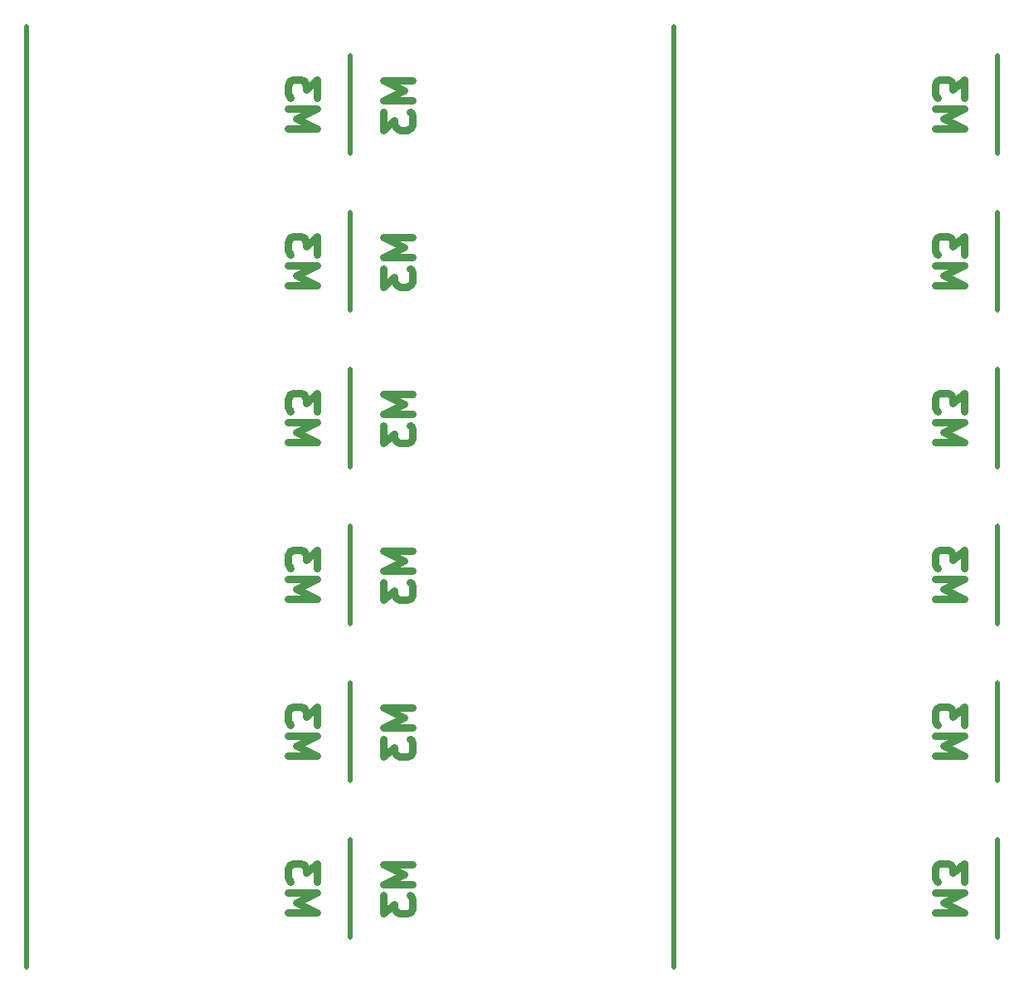
<source format=gbo>
G04 #@! TF.GenerationSoftware,KiCad,Pcbnew,(5.1.10)-1*
G04 #@! TF.CreationDate,2021-12-18T23:32:26-05:00*
G04 #@! TF.ProjectId,PCBWrench_panelized,50434257-7265-46e6-9368-5f70616e656c,rev?*
G04 #@! TF.SameCoordinates,Original*
G04 #@! TF.FileFunction,Legend,Bot*
G04 #@! TF.FilePolarity,Positive*
%FSLAX46Y46*%
G04 Gerber Fmt 4.6, Leading zero omitted, Abs format (unit mm)*
G04 Created by KiCad (PCBNEW (5.1.10)-1) date 2021-12-18 23:32:26*
%MOMM*%
%LPD*%
G01*
G04 APERTURE LIST*
%ADD10C,0.500000*%
%ADD11C,0.750000*%
%ADD12C,0.602000*%
G04 APERTURE END LIST*
D10*
X66000000Y-190000000D02*
X66000000Y-174000000D01*
X66000000Y-174000000D02*
X66000000Y-158000000D01*
X66000000Y-158000000D02*
X66000000Y-142000000D01*
X66000000Y-142000000D02*
X66000000Y-126000000D01*
X66000000Y-126000000D02*
X66000000Y-110000000D01*
X33000000Y-187000000D02*
X33000000Y-177000000D01*
X33000000Y-171000000D02*
X33000000Y-161000000D01*
X33000000Y-155000000D02*
X33000000Y-145000000D01*
X33000000Y-139000000D02*
X33000000Y-129000000D01*
X33000000Y-123000000D02*
X33000000Y-113000000D01*
D11*
X92642857Y-184428571D02*
X95642857Y-184428571D01*
X93500000Y-183428571D01*
X95642857Y-182428571D01*
X92642857Y-182428571D01*
X95642857Y-181285714D02*
X95642857Y-179428571D01*
X94500000Y-180428571D01*
X94500000Y-180000000D01*
X94357142Y-179714285D01*
X94214285Y-179571428D01*
X93928571Y-179428571D01*
X93214285Y-179428571D01*
X92928571Y-179571428D01*
X92785714Y-179714285D01*
X92642857Y-180000000D01*
X92642857Y-180857142D01*
X92785714Y-181142857D01*
X92928571Y-181285714D01*
X92642857Y-168428571D02*
X95642857Y-168428571D01*
X93500000Y-167428571D01*
X95642857Y-166428571D01*
X92642857Y-166428571D01*
X95642857Y-165285714D02*
X95642857Y-163428571D01*
X94500000Y-164428571D01*
X94500000Y-164000000D01*
X94357142Y-163714285D01*
X94214285Y-163571428D01*
X93928571Y-163428571D01*
X93214285Y-163428571D01*
X92928571Y-163571428D01*
X92785714Y-163714285D01*
X92642857Y-164000000D01*
X92642857Y-164857142D01*
X92785714Y-165142857D01*
X92928571Y-165285714D01*
X92642857Y-152428571D02*
X95642857Y-152428571D01*
X93500000Y-151428571D01*
X95642857Y-150428571D01*
X92642857Y-150428571D01*
X95642857Y-149285714D02*
X95642857Y-147428571D01*
X94500000Y-148428571D01*
X94500000Y-148000000D01*
X94357142Y-147714285D01*
X94214285Y-147571428D01*
X93928571Y-147428571D01*
X93214285Y-147428571D01*
X92928571Y-147571428D01*
X92785714Y-147714285D01*
X92642857Y-148000000D01*
X92642857Y-148857142D01*
X92785714Y-149142857D01*
X92928571Y-149285714D01*
X92642857Y-136428571D02*
X95642857Y-136428571D01*
X93500000Y-135428571D01*
X95642857Y-134428571D01*
X92642857Y-134428571D01*
X95642857Y-133285714D02*
X95642857Y-131428571D01*
X94500000Y-132428571D01*
X94500000Y-132000000D01*
X94357142Y-131714285D01*
X94214285Y-131571428D01*
X93928571Y-131428571D01*
X93214285Y-131428571D01*
X92928571Y-131571428D01*
X92785714Y-131714285D01*
X92642857Y-132000000D01*
X92642857Y-132857142D01*
X92785714Y-133142857D01*
X92928571Y-133285714D01*
X92642857Y-120428571D02*
X95642857Y-120428571D01*
X93500000Y-119428571D01*
X95642857Y-118428571D01*
X92642857Y-118428571D01*
X95642857Y-117285714D02*
X95642857Y-115428571D01*
X94500000Y-116428571D01*
X94500000Y-116000000D01*
X94357142Y-115714285D01*
X94214285Y-115571428D01*
X93928571Y-115428571D01*
X93214285Y-115428571D01*
X92928571Y-115571428D01*
X92785714Y-115714285D01*
X92642857Y-116000000D01*
X92642857Y-116857142D01*
X92785714Y-117142857D01*
X92928571Y-117285714D01*
X39357142Y-179571428D02*
X36357142Y-179571428D01*
X38500000Y-180571428D01*
X36357142Y-181571428D01*
X39357142Y-181571428D01*
X36357142Y-182714285D02*
X36357142Y-184571428D01*
X37500000Y-183571428D01*
X37500000Y-184000000D01*
X37642857Y-184285714D01*
X37785714Y-184428571D01*
X38071428Y-184571428D01*
X38785714Y-184571428D01*
X39071428Y-184428571D01*
X39214285Y-184285714D01*
X39357142Y-184000000D01*
X39357142Y-183142857D01*
X39214285Y-182857142D01*
X39071428Y-182714285D01*
X39357142Y-163571428D02*
X36357142Y-163571428D01*
X38500000Y-164571428D01*
X36357142Y-165571428D01*
X39357142Y-165571428D01*
X36357142Y-166714285D02*
X36357142Y-168571428D01*
X37500000Y-167571428D01*
X37500000Y-168000000D01*
X37642857Y-168285714D01*
X37785714Y-168428571D01*
X38071428Y-168571428D01*
X38785714Y-168571428D01*
X39071428Y-168428571D01*
X39214285Y-168285714D01*
X39357142Y-168000000D01*
X39357142Y-167142857D01*
X39214285Y-166857142D01*
X39071428Y-166714285D01*
X39357142Y-147571428D02*
X36357142Y-147571428D01*
X38500000Y-148571428D01*
X36357142Y-149571428D01*
X39357142Y-149571428D01*
X36357142Y-150714285D02*
X36357142Y-152571428D01*
X37500000Y-151571428D01*
X37500000Y-152000000D01*
X37642857Y-152285714D01*
X37785714Y-152428571D01*
X38071428Y-152571428D01*
X38785714Y-152571428D01*
X39071428Y-152428571D01*
X39214285Y-152285714D01*
X39357142Y-152000000D01*
X39357142Y-151142857D01*
X39214285Y-150857142D01*
X39071428Y-150714285D01*
X39357142Y-131571428D02*
X36357142Y-131571428D01*
X38500000Y-132571428D01*
X36357142Y-133571428D01*
X39357142Y-133571428D01*
X36357142Y-134714285D02*
X36357142Y-136571428D01*
X37500000Y-135571428D01*
X37500000Y-136000000D01*
X37642857Y-136285714D01*
X37785714Y-136428571D01*
X38071428Y-136571428D01*
X38785714Y-136571428D01*
X39071428Y-136428571D01*
X39214285Y-136285714D01*
X39357142Y-136000000D01*
X39357142Y-135142857D01*
X39214285Y-134857142D01*
X39071428Y-134714285D01*
X39357142Y-115571428D02*
X36357142Y-115571428D01*
X38500000Y-116571428D01*
X36357142Y-117571428D01*
X39357142Y-117571428D01*
X36357142Y-118714285D02*
X36357142Y-120571428D01*
X37500000Y-119571428D01*
X37500000Y-120000000D01*
X37642857Y-120285714D01*
X37785714Y-120428571D01*
X38071428Y-120571428D01*
X38785714Y-120571428D01*
X39071428Y-120428571D01*
X39214285Y-120285714D01*
X39357142Y-120000000D01*
X39357142Y-119142857D01*
X39214285Y-118857142D01*
X39071428Y-118714285D01*
X26642857Y-184428571D02*
X29642857Y-184428571D01*
X27500000Y-183428571D01*
X29642857Y-182428571D01*
X26642857Y-182428571D01*
X29642857Y-181285714D02*
X29642857Y-179428571D01*
X28500000Y-180428571D01*
X28500000Y-180000000D01*
X28357142Y-179714285D01*
X28214285Y-179571428D01*
X27928571Y-179428571D01*
X27214285Y-179428571D01*
X26928571Y-179571428D01*
X26785714Y-179714285D01*
X26642857Y-180000000D01*
X26642857Y-180857142D01*
X26785714Y-181142857D01*
X26928571Y-181285714D01*
X26642857Y-168428571D02*
X29642857Y-168428571D01*
X27500000Y-167428571D01*
X29642857Y-166428571D01*
X26642857Y-166428571D01*
X29642857Y-165285714D02*
X29642857Y-163428571D01*
X28500000Y-164428571D01*
X28500000Y-164000000D01*
X28357142Y-163714285D01*
X28214285Y-163571428D01*
X27928571Y-163428571D01*
X27214285Y-163428571D01*
X26928571Y-163571428D01*
X26785714Y-163714285D01*
X26642857Y-164000000D01*
X26642857Y-164857142D01*
X26785714Y-165142857D01*
X26928571Y-165285714D01*
X26642857Y-152428571D02*
X29642857Y-152428571D01*
X27500000Y-151428571D01*
X29642857Y-150428571D01*
X26642857Y-150428571D01*
X29642857Y-149285714D02*
X29642857Y-147428571D01*
X28500000Y-148428571D01*
X28500000Y-148000000D01*
X28357142Y-147714285D01*
X28214285Y-147571428D01*
X27928571Y-147428571D01*
X27214285Y-147428571D01*
X26928571Y-147571428D01*
X26785714Y-147714285D01*
X26642857Y-148000000D01*
X26642857Y-148857142D01*
X26785714Y-149142857D01*
X26928571Y-149285714D01*
X26642857Y-136428571D02*
X29642857Y-136428571D01*
X27500000Y-135428571D01*
X29642857Y-134428571D01*
X26642857Y-134428571D01*
X29642857Y-133285714D02*
X29642857Y-131428571D01*
X28500000Y-132428571D01*
X28500000Y-132000000D01*
X28357142Y-131714285D01*
X28214285Y-131571428D01*
X27928571Y-131428571D01*
X27214285Y-131428571D01*
X26928571Y-131571428D01*
X26785714Y-131714285D01*
X26642857Y-132000000D01*
X26642857Y-132857142D01*
X26785714Y-133142857D01*
X26928571Y-133285714D01*
X26642857Y-120428571D02*
X29642857Y-120428571D01*
X27500000Y-119428571D01*
X29642857Y-118428571D01*
X26642857Y-118428571D01*
X29642857Y-117285714D02*
X29642857Y-115428571D01*
X28500000Y-116428571D01*
X28500000Y-116000000D01*
X28357142Y-115714285D01*
X28214285Y-115571428D01*
X27928571Y-115428571D01*
X27214285Y-115428571D01*
X26928571Y-115571428D01*
X26785714Y-115714285D01*
X26642857Y-116000000D01*
X26642857Y-116857142D01*
X26785714Y-117142857D01*
X26928571Y-117285714D01*
D10*
X99000000Y-177000000D02*
X99000000Y-187000000D01*
X99000000Y-161000000D02*
X99000000Y-171000000D01*
X99000000Y-145000000D02*
X99000000Y-155000000D01*
X99000000Y-129000000D02*
X99000000Y-139000000D01*
X99000000Y-113000000D02*
X99000000Y-123000000D01*
X0Y-174000000D02*
X0Y-190000000D01*
X0Y-158000000D02*
X0Y-174000000D01*
X0Y-142000000D02*
X0Y-158000000D01*
X0Y-126000000D02*
X0Y-142000000D01*
X0Y-110000000D02*
X0Y-126000000D01*
X33000000Y-177000000D02*
X33000000Y-187000000D01*
X33000000Y-161000000D02*
X33000000Y-171000000D01*
X33000000Y-145000000D02*
X33000000Y-155000000D01*
X33000000Y-129000000D02*
X33000000Y-139000000D01*
X33000000Y-113000000D02*
X33000000Y-123000000D01*
D11*
X92642857Y-104428571D02*
X95642857Y-104428571D01*
X93500000Y-103428571D01*
X95642857Y-102428571D01*
X92642857Y-102428571D01*
X95642857Y-101285714D02*
X95642857Y-99428571D01*
X94500000Y-100428571D01*
X94500000Y-100000000D01*
X94357142Y-99714285D01*
X94214285Y-99571428D01*
X93928571Y-99428571D01*
X93214285Y-99428571D01*
X92928571Y-99571428D01*
X92785714Y-99714285D01*
X92642857Y-100000000D01*
X92642857Y-100857142D01*
X92785714Y-101142857D01*
X92928571Y-101285714D01*
D10*
X99000000Y-97000000D02*
X99000000Y-107000000D01*
D11*
X39357142Y-99571428D02*
X36357142Y-99571428D01*
X38500000Y-100571428D01*
X36357142Y-101571428D01*
X39357142Y-101571428D01*
X36357142Y-102714285D02*
X36357142Y-104571428D01*
X37500000Y-103571428D01*
X37500000Y-104000000D01*
X37642857Y-104285714D01*
X37785714Y-104428571D01*
X38071428Y-104571428D01*
X38785714Y-104571428D01*
X39071428Y-104428571D01*
X39214285Y-104285714D01*
X39357142Y-104000000D01*
X39357142Y-103142857D01*
X39214285Y-102857142D01*
X39071428Y-102714285D01*
D10*
X66000000Y-110000000D02*
X66000000Y-94000000D01*
X33000000Y-107000000D02*
X33000000Y-97000000D01*
X33000000Y-97000000D02*
X33000000Y-107000000D01*
X0Y-94000000D02*
X0Y-110000000D01*
D11*
X26642857Y-104428571D02*
X29642857Y-104428571D01*
X27500000Y-103428571D01*
X29642857Y-102428571D01*
X26642857Y-102428571D01*
X29642857Y-101285714D02*
X29642857Y-99428571D01*
X28500000Y-100428571D01*
X28500000Y-100000000D01*
X28357142Y-99714285D01*
X28214285Y-99571428D01*
X27928571Y-99428571D01*
X27214285Y-99428571D01*
X26928571Y-99571428D01*
X26785714Y-99714285D01*
X26642857Y-100000000D01*
X26642857Y-100857142D01*
X26785714Y-101142857D01*
X26928571Y-101285714D01*
%LPC*%
D12*
X16750000Y-175250000D03*
X17500000Y-175250000D03*
X21250000Y-175250000D03*
X20500000Y-175250000D03*
X16750000Y-176750000D03*
X17500000Y-176750000D03*
X21250000Y-176750000D03*
X20500000Y-176750000D03*
X18250000Y-175250000D03*
X19750000Y-175250000D03*
X19750000Y-176750000D03*
X18250000Y-176750000D03*
X19000000Y-175250000D03*
X19000000Y-176750000D03*
X16750000Y-159250000D03*
X17500000Y-159250000D03*
X21250000Y-159250000D03*
X20500000Y-159250000D03*
X16750000Y-160750000D03*
X17500000Y-160750000D03*
X21250000Y-160750000D03*
X20500000Y-160750000D03*
X18250000Y-159250000D03*
X19750000Y-159250000D03*
X19750000Y-160750000D03*
X18250000Y-160750000D03*
X19000000Y-159250000D03*
X19000000Y-160750000D03*
X16750000Y-143250000D03*
X17500000Y-143250000D03*
X21250000Y-143250000D03*
X20500000Y-143250000D03*
X16750000Y-144750000D03*
X17500000Y-144750000D03*
X21250000Y-144750000D03*
X20500000Y-144750000D03*
X18250000Y-143250000D03*
X19750000Y-143250000D03*
X19750000Y-144750000D03*
X18250000Y-144750000D03*
X19000000Y-143250000D03*
X19000000Y-144750000D03*
X16750000Y-127250000D03*
X17500000Y-127250000D03*
X21250000Y-127250000D03*
X20500000Y-127250000D03*
X16750000Y-128750000D03*
X17500000Y-128750000D03*
X21250000Y-128750000D03*
X20500000Y-128750000D03*
X18250000Y-127250000D03*
X19750000Y-127250000D03*
X19750000Y-128750000D03*
X18250000Y-128750000D03*
X19000000Y-127250000D03*
X19000000Y-128750000D03*
X16750000Y-111250000D03*
X17500000Y-111250000D03*
X21250000Y-111250000D03*
X20500000Y-111250000D03*
X16750000Y-112750000D03*
X17500000Y-112750000D03*
X21250000Y-112750000D03*
X20500000Y-112750000D03*
X18250000Y-111250000D03*
X19750000Y-111250000D03*
X19750000Y-112750000D03*
X18250000Y-112750000D03*
X19000000Y-111250000D03*
X19000000Y-112750000D03*
X19000000Y-171250000D03*
X19000000Y-172750000D03*
X19750000Y-171250000D03*
X18250000Y-171250000D03*
X18250000Y-172750000D03*
X19750000Y-172750000D03*
X17500000Y-171250000D03*
X16750000Y-171250000D03*
X20500000Y-171250000D03*
X21250000Y-171250000D03*
X17500000Y-172750000D03*
X16750000Y-172750000D03*
X20500000Y-172750000D03*
X21250000Y-172750000D03*
X19000000Y-155250000D03*
X19000000Y-156750000D03*
X19750000Y-155250000D03*
X18250000Y-155250000D03*
X18250000Y-156750000D03*
X19750000Y-156750000D03*
X17500000Y-155250000D03*
X16750000Y-155250000D03*
X20500000Y-155250000D03*
X21250000Y-155250000D03*
X17500000Y-156750000D03*
X16750000Y-156750000D03*
X20500000Y-156750000D03*
X21250000Y-156750000D03*
X19000000Y-139250000D03*
X19000000Y-140750000D03*
X19750000Y-139250000D03*
X18250000Y-139250000D03*
X18250000Y-140750000D03*
X19750000Y-140750000D03*
X17500000Y-139250000D03*
X16750000Y-139250000D03*
X20500000Y-139250000D03*
X21250000Y-139250000D03*
X17500000Y-140750000D03*
X16750000Y-140750000D03*
X20500000Y-140750000D03*
X21250000Y-140750000D03*
X19000000Y-123250000D03*
X19000000Y-124750000D03*
X19750000Y-123250000D03*
X18250000Y-123250000D03*
X18250000Y-124750000D03*
X19750000Y-124750000D03*
X17500000Y-123250000D03*
X16750000Y-123250000D03*
X20500000Y-123250000D03*
X21250000Y-123250000D03*
X17500000Y-124750000D03*
X16750000Y-124750000D03*
X20500000Y-124750000D03*
X21250000Y-124750000D03*
X85000000Y-176750000D03*
X85000000Y-175250000D03*
X84250000Y-176750000D03*
X85750000Y-176750000D03*
X85750000Y-175250000D03*
X84250000Y-175250000D03*
X86500000Y-176750000D03*
X87250000Y-176750000D03*
X83500000Y-176750000D03*
X82750000Y-176750000D03*
X86500000Y-175250000D03*
X87250000Y-175250000D03*
X83500000Y-175250000D03*
X82750000Y-175250000D03*
X85000000Y-160750000D03*
X85000000Y-159250000D03*
X84250000Y-160750000D03*
X85750000Y-160750000D03*
X85750000Y-159250000D03*
X84250000Y-159250000D03*
X86500000Y-160750000D03*
X87250000Y-160750000D03*
X83500000Y-160750000D03*
X82750000Y-160750000D03*
X86500000Y-159250000D03*
X87250000Y-159250000D03*
X83500000Y-159250000D03*
X82750000Y-159250000D03*
X85000000Y-144750000D03*
X85000000Y-143250000D03*
X84250000Y-144750000D03*
X85750000Y-144750000D03*
X85750000Y-143250000D03*
X84250000Y-143250000D03*
X86500000Y-144750000D03*
X87250000Y-144750000D03*
X83500000Y-144750000D03*
X82750000Y-144750000D03*
X86500000Y-143250000D03*
X87250000Y-143250000D03*
X83500000Y-143250000D03*
X82750000Y-143250000D03*
X85000000Y-128750000D03*
X85000000Y-127250000D03*
X84250000Y-128750000D03*
X85750000Y-128750000D03*
X85750000Y-127250000D03*
X84250000Y-127250000D03*
X86500000Y-128750000D03*
X87250000Y-128750000D03*
X83500000Y-128750000D03*
X82750000Y-128750000D03*
X86500000Y-127250000D03*
X87250000Y-127250000D03*
X83500000Y-127250000D03*
X82750000Y-127250000D03*
X85000000Y-112750000D03*
X85000000Y-111250000D03*
X84250000Y-112750000D03*
X85750000Y-112750000D03*
X85750000Y-111250000D03*
X84250000Y-111250000D03*
X86500000Y-112750000D03*
X87250000Y-112750000D03*
X83500000Y-112750000D03*
X82750000Y-112750000D03*
X86500000Y-111250000D03*
X87250000Y-111250000D03*
X83500000Y-111250000D03*
X82750000Y-111250000D03*
X87250000Y-172750000D03*
X86500000Y-172750000D03*
X82750000Y-172750000D03*
X83500000Y-172750000D03*
X87250000Y-171250000D03*
X86500000Y-171250000D03*
X82750000Y-171250000D03*
X83500000Y-171250000D03*
X85750000Y-172750000D03*
X84250000Y-172750000D03*
X84250000Y-171250000D03*
X85750000Y-171250000D03*
X85000000Y-172750000D03*
X85000000Y-171250000D03*
X87250000Y-156750000D03*
X86500000Y-156750000D03*
X82750000Y-156750000D03*
X83500000Y-156750000D03*
X87250000Y-155250000D03*
X86500000Y-155250000D03*
X82750000Y-155250000D03*
X83500000Y-155250000D03*
X85750000Y-156750000D03*
X84250000Y-156750000D03*
X84250000Y-155250000D03*
X85750000Y-155250000D03*
X85000000Y-156750000D03*
X85000000Y-155250000D03*
X87250000Y-140750000D03*
X86500000Y-140750000D03*
X82750000Y-140750000D03*
X83500000Y-140750000D03*
X87250000Y-139250000D03*
X86500000Y-139250000D03*
X82750000Y-139250000D03*
X83500000Y-139250000D03*
X85750000Y-140750000D03*
X84250000Y-140750000D03*
X84250000Y-139250000D03*
X85750000Y-139250000D03*
X85000000Y-140750000D03*
X85000000Y-139250000D03*
X87250000Y-124750000D03*
X86500000Y-124750000D03*
X82750000Y-124750000D03*
X83500000Y-124750000D03*
X87250000Y-123250000D03*
X86500000Y-123250000D03*
X82750000Y-123250000D03*
X83500000Y-123250000D03*
X85750000Y-124750000D03*
X84250000Y-124750000D03*
X84250000Y-123250000D03*
X85750000Y-123250000D03*
X85000000Y-124750000D03*
X85000000Y-123250000D03*
X47000000Y-171250000D03*
X47000000Y-172750000D03*
X47750000Y-171250000D03*
X46250000Y-171250000D03*
X46250000Y-172750000D03*
X47750000Y-172750000D03*
X45500000Y-171250000D03*
X44750000Y-171250000D03*
X48500000Y-171250000D03*
X49250000Y-171250000D03*
X45500000Y-172750000D03*
X44750000Y-172750000D03*
X48500000Y-172750000D03*
X49250000Y-172750000D03*
X47000000Y-155250000D03*
X47000000Y-156750000D03*
X47750000Y-155250000D03*
X46250000Y-155250000D03*
X46250000Y-156750000D03*
X47750000Y-156750000D03*
X45500000Y-155250000D03*
X44750000Y-155250000D03*
X48500000Y-155250000D03*
X49250000Y-155250000D03*
X45500000Y-156750000D03*
X44750000Y-156750000D03*
X48500000Y-156750000D03*
X49250000Y-156750000D03*
X47000000Y-139250000D03*
X47000000Y-140750000D03*
X47750000Y-139250000D03*
X46250000Y-139250000D03*
X46250000Y-140750000D03*
X47750000Y-140750000D03*
X45500000Y-139250000D03*
X44750000Y-139250000D03*
X48500000Y-139250000D03*
X49250000Y-139250000D03*
X45500000Y-140750000D03*
X44750000Y-140750000D03*
X48500000Y-140750000D03*
X49250000Y-140750000D03*
X47000000Y-123250000D03*
X47000000Y-124750000D03*
X47750000Y-123250000D03*
X46250000Y-123250000D03*
X46250000Y-124750000D03*
X47750000Y-124750000D03*
X45500000Y-123250000D03*
X44750000Y-123250000D03*
X48500000Y-123250000D03*
X49250000Y-123250000D03*
X45500000Y-124750000D03*
X44750000Y-124750000D03*
X48500000Y-124750000D03*
X49250000Y-124750000D03*
X44750000Y-175250000D03*
X45500000Y-175250000D03*
X49250000Y-175250000D03*
X48500000Y-175250000D03*
X44750000Y-176750000D03*
X45500000Y-176750000D03*
X49250000Y-176750000D03*
X48500000Y-176750000D03*
X46250000Y-175250000D03*
X47750000Y-175250000D03*
X47750000Y-176750000D03*
X46250000Y-176750000D03*
X47000000Y-175250000D03*
X47000000Y-176750000D03*
X44750000Y-159250000D03*
X45500000Y-159250000D03*
X49250000Y-159250000D03*
X48500000Y-159250000D03*
X44750000Y-160750000D03*
X45500000Y-160750000D03*
X49250000Y-160750000D03*
X48500000Y-160750000D03*
X46250000Y-159250000D03*
X47750000Y-159250000D03*
X47750000Y-160750000D03*
X46250000Y-160750000D03*
X47000000Y-159250000D03*
X47000000Y-160750000D03*
X44750000Y-143250000D03*
X45500000Y-143250000D03*
X49250000Y-143250000D03*
X48500000Y-143250000D03*
X44750000Y-144750000D03*
X45500000Y-144750000D03*
X49250000Y-144750000D03*
X48500000Y-144750000D03*
X46250000Y-143250000D03*
X47750000Y-143250000D03*
X47750000Y-144750000D03*
X46250000Y-144750000D03*
X47000000Y-143250000D03*
X47000000Y-144750000D03*
X44750000Y-127250000D03*
X45500000Y-127250000D03*
X49250000Y-127250000D03*
X48500000Y-127250000D03*
X44750000Y-128750000D03*
X45500000Y-128750000D03*
X49250000Y-128750000D03*
X48500000Y-128750000D03*
X46250000Y-127250000D03*
X47750000Y-127250000D03*
X47750000Y-128750000D03*
X46250000Y-128750000D03*
X47000000Y-127250000D03*
X47000000Y-128750000D03*
X44750000Y-111250000D03*
X45500000Y-111250000D03*
X49250000Y-111250000D03*
X48500000Y-111250000D03*
X44750000Y-112750000D03*
X45500000Y-112750000D03*
X49250000Y-112750000D03*
X48500000Y-112750000D03*
X46250000Y-111250000D03*
X47750000Y-111250000D03*
X47750000Y-112750000D03*
X46250000Y-112750000D03*
X47000000Y-111250000D03*
X47000000Y-112750000D03*
X85000000Y-107250000D03*
X85000000Y-108750000D03*
X85750000Y-107250000D03*
X84250000Y-107250000D03*
X84250000Y-108750000D03*
X85750000Y-108750000D03*
X83500000Y-107250000D03*
X82750000Y-107250000D03*
X86500000Y-107250000D03*
X87250000Y-107250000D03*
X83500000Y-108750000D03*
X82750000Y-108750000D03*
X86500000Y-108750000D03*
X87250000Y-108750000D03*
X49250000Y-108750000D03*
X48500000Y-108750000D03*
X44750000Y-108750000D03*
X45500000Y-108750000D03*
X49250000Y-107250000D03*
X48500000Y-107250000D03*
X44750000Y-107250000D03*
X45500000Y-107250000D03*
X47750000Y-108750000D03*
X46250000Y-108750000D03*
X46250000Y-107250000D03*
X47750000Y-107250000D03*
X47000000Y-108750000D03*
X47000000Y-107250000D03*
X21250000Y-108750000D03*
X20500000Y-108750000D03*
X16750000Y-108750000D03*
X17500000Y-108750000D03*
X21250000Y-107250000D03*
X20500000Y-107250000D03*
X16750000Y-107250000D03*
X17500000Y-107250000D03*
X19750000Y-108750000D03*
X18250000Y-108750000D03*
X18250000Y-107250000D03*
X19750000Y-107250000D03*
X19000000Y-108750000D03*
X19000000Y-107250000D03*
M02*

</source>
